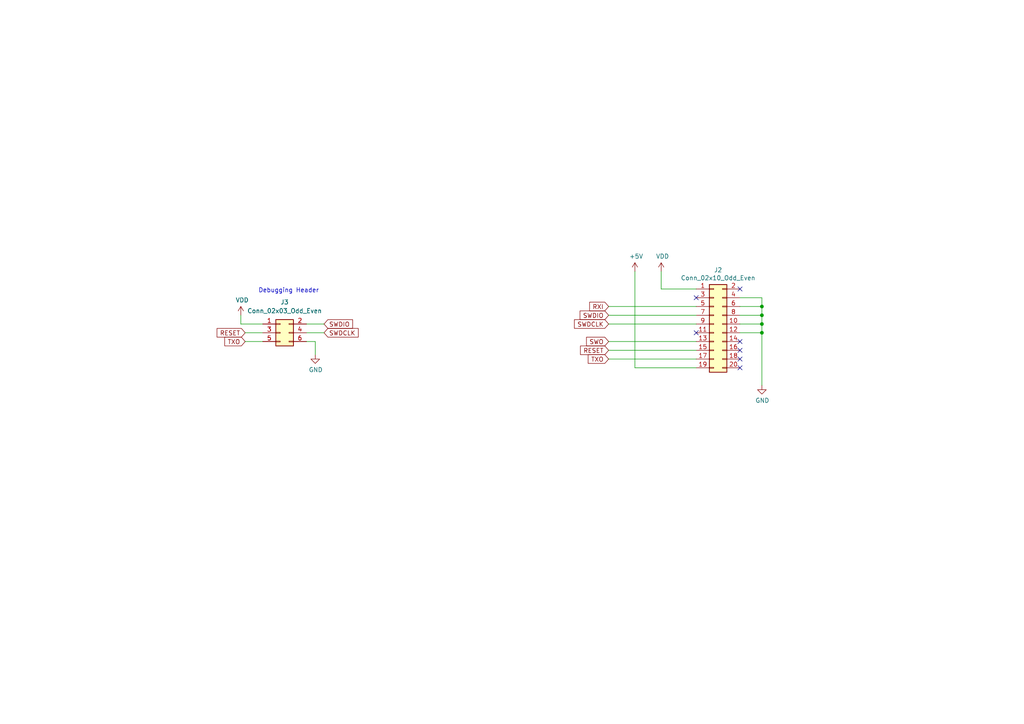
<source format=kicad_sch>
(kicad_sch (version 20230121) (generator eeschema)
  (paper "A4")
  (lib_symbols
    (symbol "Connector_Generic:Conn_02x03_Odd_Even" (pin_names (offset 1.016) hide)
      (property "Reference" "J" (at 1.27 5.08 0))
      (property "Value" "Conn_02x03_Odd_Even" (at 1.27 -5.08 0))
      (symbol "Conn_02x03_Odd_Even_1_1"
        (rectangle (start -1.27 -2.413) (end 0 -2.667) (stroke (width 0.1524)))
        (rectangle (start -1.27 0.127) (end 0 -0.127) (stroke (width 0.1524)))
        (rectangle (start -1.27 2.667) (end 0 2.413) (stroke (width 0.1524)))
        (rectangle (start -1.27 3.81) (end 3.81 -3.81) (stroke (width 0.254)) (fill (type background)))
        (rectangle (start 3.81 -2.413) (end 2.54 -2.667) (stroke (width 0.1524)))
        (rectangle (start 3.81 0.127) (end 2.54 -0.127) (stroke (width 0.1524)))
        (rectangle (start 3.81 2.667) (end 2.54 2.413) (stroke (width 0.1524)))
        (pin passive line (at -5.08 2.54 0) (length 3.81) (name "Pin_1") (number "1"))
        (pin passive line (at 7.62 2.54 180) (length 3.81) (name "Pin_2") (number "2"))
        (pin passive line (at -5.08 0 0) (length 3.81) (name "Pin_3") (number "3"))
        (pin passive line (at 7.62 0 180) (length 3.81) (name "Pin_4") (number "4"))
        (pin passive line (at -5.08 -2.54 0) (length 3.81) (name "Pin_5") (number "5"))
        (pin passive line (at 7.62 -2.54 180) (length 3.81) (name "Pin_6") (number "6"))
      )
    )
    (symbol "Connector_Generic:Conn_02x10_Odd_Even" (pin_names (offset 1.016) hide)
      (property "Reference" "J" (at 1.27 12.7 0))
      (property "Value" "Conn_02x10_Odd_Even" (at 1.27 -15.24 0))
      (symbol "Conn_02x10_Odd_Even_1_1"
        (rectangle (start -1.27 -12.573) (end 0 -12.827) (stroke (width 0.1524)))
        (rectangle (start -1.27 -10.033) (end 0 -10.287) (stroke (width 0.1524)))
        (rectangle (start -1.27 -7.493) (end 0 -7.747) (stroke (width 0.1524)))
        (rectangle (start -1.27 -4.953) (end 0 -5.207) (stroke (width 0.1524)))
        (rectangle (start -1.27 -2.413) (end 0 -2.667) (stroke (width 0.1524)))
        (rectangle (start -1.27 0.127) (end 0 -0.127) (stroke (width 0.1524)))
        (rectangle (start -1.27 2.667) (end 0 2.413) (stroke (width 0.1524)))
        (rectangle (start -1.27 5.207) (end 0 4.953) (stroke (width 0.1524)))
        (rectangle (start -1.27 7.747) (end 0 7.493) (stroke (width 0.1524)))
        (rectangle (start -1.27 10.287) (end 0 10.033) (stroke (width 0.1524)))
        (rectangle (start -1.27 11.43) (end 3.81 -13.97) (stroke (width 0.254)) (fill (type background)))
        (rectangle (start 3.81 -12.573) (end 2.54 -12.827) (stroke (width 0.1524)))
        (rectangle (start 3.81 -10.033) (end 2.54 -10.287) (stroke (width 0.1524)))
        (rectangle (start 3.81 -7.493) (end 2.54 -7.747) (stroke (width 0.1524)))
        (rectangle (start 3.81 -4.953) (end 2.54 -5.207) (stroke (width 0.1524)))
        (rectangle (start 3.81 -2.413) (end 2.54 -2.667) (stroke (width 0.1524)))
        (rectangle (start 3.81 0.127) (end 2.54 -0.127) (stroke (width 0.1524)))
        (rectangle (start 3.81 2.667) (end 2.54 2.413) (stroke (width 0.1524)))
        (rectangle (start 3.81 5.207) (end 2.54 4.953) (stroke (width 0.1524)))
        (rectangle (start 3.81 7.747) (end 2.54 7.493) (stroke (width 0.1524)))
        (rectangle (start 3.81 10.287) (end 2.54 10.033) (stroke (width 0.1524)))
        (pin passive line (at -5.08 10.16 0) (length 3.81) (name "Pin_1") (number "1"))
        (pin passive line (at 7.62 0 180) (length 3.81) (name "Pin_10") (number "10"))
        (pin passive line (at -5.08 -2.54 0) (length 3.81) (name "Pin_11") (number "11"))
        (pin passive line (at 7.62 -2.54 180) (length 3.81) (name "Pin_12") (number "12"))
        (pin passive line (at -5.08 -5.08 0) (length 3.81) (name "Pin_13") (number "13"))
        (pin passive line (at 7.62 -5.08 180) (length 3.81) (name "Pin_14") (number "14"))
        (pin passive line (at -5.08 -7.62 0) (length 3.81) (name "Pin_15") (number "15"))
        (pin passive line (at 7.62 -7.62 180) (length 3.81) (name "Pin_16") (number "16"))
        (pin passive line (at -5.08 -10.16 0) (length 3.81) (name "Pin_17") (number "17"))
        (pin passive line (at 7.62 -10.16 180) (length 3.81) (name "Pin_18") (number "18"))
        (pin passive line (at -5.08 -12.7 0) (length 3.81) (name "Pin_19") (number "19"))
        (pin passive line (at 7.62 10.16 180) (length 3.81) (name "Pin_2") (number "2"))
        (pin passive line (at 7.62 -12.7 180) (length 3.81) (name "Pin_20") (number "20"))
        (pin passive line (at -5.08 7.62 0) (length 3.81) (name "Pin_3") (number "3"))
        (pin passive line (at 7.62 7.62 180) (length 3.81) (name "Pin_4") (number "4"))
        (pin passive line (at -5.08 5.08 0) (length 3.81) (name "Pin_5") (number "5"))
        (pin passive line (at 7.62 5.08 180) (length 3.81) (name "Pin_6") (number "6"))
        (pin passive line (at -5.08 2.54 0) (length 3.81) (name "Pin_7") (number "7"))
        (pin passive line (at 7.62 2.54 180) (length 3.81) (name "Pin_8") (number "8"))
        (pin passive line (at -5.08 0 0) (length 3.81) (name "Pin_9") (number "9"))
      )
    )
    (symbol "power:+5V" (power) (pin_names (offset 0))
      (property "Value" "+5V" (at 0 3.556 0))
      (symbol "+5V_0_1"
        (polyline (pts (xy -0.762 1.27) (xy 0 2.54)))
        (polyline (pts (xy 0 0) (xy 0 2.54)))
        (polyline (pts (xy 0 2.54) (xy 0.762 1.27)))
      )
      (symbol "+5V_1_1"
        (pin power_in line (at 0 0 90) (length 0) hide (name "+5V") (number "1"))
      )
    )
    (symbol "power:GND" (power) (pin_names (offset 0))
      (property "Value" "GND" (at 0 -3.81 0))
      (symbol "GND_0_1"
        (polyline (pts (xy 0 0) (xy 0 -1.27) (xy 1.27 -1.27) (xy 0 -2.54) (xy -1.27 -1.27) (xy 0 -1.27)))
      )
      (symbol "GND_1_1"
        (pin power_in line (at 0 0 270) (length 0) hide (name "GND") (number "1"))
      )
    )
    (symbol "power:VDD" (power) (pin_names (offset 0))
      (property "Value" "VDD" (at 0 3.81 0))
      (symbol "VDD_0_1"
        (polyline (pts (xy -0.762 1.27) (xy 0 2.54)))
        (polyline (pts (xy 0 0) (xy 0 2.54)))
        (polyline (pts (xy 0 2.54) (xy 0.762 1.27)))
      )
      (symbol "VDD_1_1"
        (pin power_in line (at 0 0 90) (length 0) hide (name "VDD") (number "1"))
      )
    )
  )
  (junction (at 220.98 88.9))
  (junction (at 220.98 93.98))
  (junction (at 220.98 91.44))
  (junction (at 220.98 96.52))
  (no_connect (at 214.63 101.6))
  (no_connect (at 214.63 83.82))
  (no_connect (at 214.63 104.14))
  (no_connect (at 214.63 99.06))
  (no_connect (at 214.63 106.68))
  (no_connect (at 201.93 86.36))
  (no_connect (at 201.93 96.52))
  (wire (pts (xy 201.93 83.82) (xy 191.77 83.82)))
  (wire (pts (xy 201.93 99.06) (xy 176.53 99.06)))
  (wire (pts (xy 201.93 101.6) (xy 176.53 101.6)))
  (wire (pts (xy 76.2 96.52) (xy 71.12 96.52)))
  (wire (pts (xy 220.98 96.52) (xy 220.98 111.76)))
  (wire (pts (xy 184.15 106.68) (xy 184.15 78.74)))
  (wire (pts (xy 191.77 83.82) (xy 191.77 78.74)))
  (wire (pts (xy 69.85 93.98) (xy 69.85 91.44)))
  (wire (pts (xy 201.93 93.98) (xy 176.53 93.98)))
  (wire (pts (xy 91.44 99.06) (xy 91.44 102.87)))
  (wire (pts (xy 214.63 86.36) (xy 220.98 86.36)))
  (wire (pts (xy 201.93 106.68) (xy 184.15 106.68)))
  (wire (pts (xy 220.98 86.36) (xy 220.98 88.9)))
  (wire (pts (xy 214.63 91.44) (xy 220.98 91.44)))
  (wire (pts (xy 76.2 93.98) (xy 69.85 93.98)))
  (wire (pts (xy 201.93 104.14) (xy 176.53 104.14)))
  (wire (pts (xy 220.98 91.44) (xy 220.98 93.98)))
  (wire (pts (xy 88.9 96.52) (xy 93.98 96.52)))
  (wire (pts (xy 76.2 99.06) (xy 71.12 99.06)))
  (wire (pts (xy 88.9 93.98) (xy 93.98 93.98)))
  (wire (pts (xy 214.63 96.52) (xy 220.98 96.52)))
  (wire (pts (xy 220.98 88.9) (xy 220.98 91.44)))
  (wire (pts (xy 214.63 88.9) (xy 220.98 88.9)))
  (wire (pts (xy 201.93 88.9) (xy 176.53 88.9)))
  (wire (pts (xy 220.98 93.98) (xy 220.98 96.52)))
  (wire (pts (xy 201.93 91.44) (xy 176.53 91.44)))
  (wire (pts (xy 88.9 99.06) (xy 91.44 99.06)))
  (wire (pts (xy 214.63 93.98) (xy 220.98 93.98)))
  (text "Debugging Header" (at 74.93 85.09 0) (effects (font (size 1.27 1.27)) (justify left bottom)))
  (global_label "RESET" (shape input) (at 71.12 96.52 180) (property "Intersheetrefs" "${INTERSHEET_REFS}" (effects hide)))
  (global_label "TXO" (shape input) (at 176.53 104.14 180) (property "Intersheetrefs" "${INTERSHEET_REFS}" (effects hide)))
  (global_label "SWO" (shape input) (at 176.53 99.06 180) (property "Intersheetrefs" "${INTERSHEET_REFS}" (effects hide)))
  (global_label "SWDCLK" (shape input) (at 93.98 96.52 0) (property "Intersheetrefs" "${INTERSHEET_REFS}" (effects hide)))
  (global_label "SWDIO" (shape input) (at 93.98 93.98 0) (property "Intersheetrefs" "${INTERSHEET_REFS}" (effects hide)))
  (global_label "RXI" (shape input) (at 176.53 88.9 180) (property "Intersheetrefs" "${INTERSHEET_REFS}" (effects hide)))
  (global_label "SWDIO" (shape input) (at 176.53 91.44 180) (property "Intersheetrefs" "${INTERSHEET_REFS}" (effects hide)))
  (global_label "RESET" (shape input) (at 176.53 101.6 180) (property "Intersheetrefs" "${INTERSHEET_REFS}" (effects hide)))
  (global_label "TXO" (shape input) (at 71.12 99.06 180) (property "Intersheetrefs" "${INTERSHEET_REFS}" (effects hide)))
  (global_label "SWDCLK" (shape input) (at 176.53 93.98 180) (property "Intersheetrefs" "${INTERSHEET_REFS}" (effects hide)))
  (symbol (lib_id "power:VDD") (at 69.85 91.44 0) (unit 1)
    (property "Reference" "#PWR06" (effects hide))
    (property "Value" "VDD" (at 70.231 87.0458 0))
  )
  (symbol (lib_id "power:GND") (at 91.44 102.87 0) (unit 1)
    (property "Reference" "#PWR07" (effects hide))
    (property "Value" "GND" (at 91.567 107.2642 0))
  )
  (symbol (lib_id "Connector_Generic:Conn_02x10_Odd_Even") (at 207.01 93.98 0) (unit 1)
    (property "Reference" "J2" (at 208.28 78.3082 0))
    (property "Value" "Conn_02x10_Odd_Even" (at 208.28 80.6196 0))
    (property "Footprint" "Connector_PinSocket_2.54mm:PinSocket_2x10_P2.54mm_Horizontal" (effects hide))
    (property "Manufacturer" "DEALON" (effects hide))
    (property "LCSC Part Number" "C2936006" (effects hide))
    (property "Manufacturer Part Number" "DW254W-22-20-85" (effects hide))
  )
  (symbol (lib_id "Connector_Generic:Conn_02x03_Odd_Even") (at 81.28 96.52 0) (unit 1)
    (property "Reference" "J3" (at 82.55 87.63 0))
    (property "Value" "Conn_02x03_Odd_Even" (at 82.55 90.17 0))
    (property "Footprint" "Connector_PinHeader_1.27mm:PinHeader_2x03_P1.27mm_Vertical_SMD" (effects hide))
    (property "Manufacturer Part Number" "PZ127-2-03-S" (effects hide))
  )
  (symbol (lib_id "power:+5V") (at 184.15 78.74 0) (unit 1)
    (property "Reference" "#PWR03" (effects hide))
    (property "Value" "+5V" (at 184.531 74.3458 0))
  )
  (symbol (lib_id "power:GND") (at 220.98 111.76 0) (unit 1)
    (property "Reference" "#PWR05" (effects hide))
    (property "Value" "GND" (at 221.107 116.1542 0))
  )
  (symbol (lib_id "power:VDD") (at 191.77 78.74 0) (unit 1)
    (property "Reference" "#PWR04" (effects hide))
    (property "Value" "VDD" (at 192.151 74.3458 0))
  )
)
</source>
